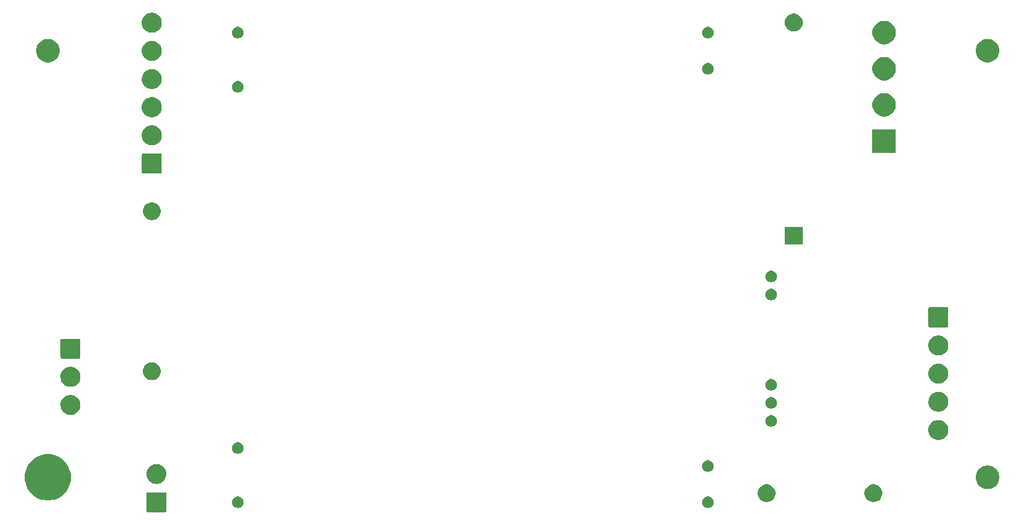
<source format=gbr>
G04 #@! TF.GenerationSoftware,KiCad,Pcbnew,(5.0.2)-1*
G04 #@! TF.CreationDate,2019-05-12T21:22:09-05:00*
G04 #@! TF.ProjectId,C64-Power-Supply,4336342d-506f-4776-9572-2d537570706c,0.1*
G04 #@! TF.SameCoordinates,Original*
G04 #@! TF.FileFunction,Soldermask,Bot*
G04 #@! TF.FilePolarity,Negative*
%FSLAX46Y46*%
G04 Gerber Fmt 4.6, Leading zero omitted, Abs format (unit mm)*
G04 Created by KiCad (PCBNEW (5.0.2)-1) date 5/12/2019 9:22:09 PM*
%MOMM*%
%LPD*%
G01*
G04 APERTURE LIST*
%ADD10C,0.100000*%
G04 APERTURE END LIST*
D10*
G36*
X96524032Y-120522621D02*
X96553487Y-120531556D01*
X96580624Y-120546062D01*
X96604414Y-120565586D01*
X96623938Y-120589376D01*
X96638444Y-120616513D01*
X96647379Y-120645968D01*
X96651000Y-120682733D01*
X96651000Y-123157267D01*
X96647379Y-123194032D01*
X96638444Y-123223487D01*
X96623938Y-123250624D01*
X96604414Y-123274414D01*
X96580624Y-123293938D01*
X96553487Y-123308444D01*
X96524032Y-123317379D01*
X96487267Y-123321000D01*
X94012733Y-123321000D01*
X93975968Y-123317379D01*
X93946513Y-123308444D01*
X93919376Y-123293938D01*
X93895586Y-123274414D01*
X93876062Y-123250624D01*
X93861556Y-123223487D01*
X93852621Y-123194032D01*
X93849000Y-123157267D01*
X93849000Y-120682733D01*
X93852621Y-120645968D01*
X93861556Y-120616513D01*
X93876062Y-120589376D01*
X93895586Y-120565586D01*
X93919376Y-120546062D01*
X93946513Y-120531556D01*
X93975968Y-120522621D01*
X94012733Y-120519000D01*
X96487267Y-120519000D01*
X96524032Y-120522621D01*
X96524032Y-120522621D01*
G37*
G36*
X172957142Y-121138242D02*
X173105102Y-121199530D01*
X173238258Y-121288502D01*
X173351498Y-121401742D01*
X173440470Y-121534898D01*
X173501758Y-121682858D01*
X173533000Y-121839925D01*
X173533000Y-122000075D01*
X173501758Y-122157142D01*
X173440470Y-122305102D01*
X173351498Y-122438258D01*
X173238258Y-122551498D01*
X173105102Y-122640470D01*
X172957142Y-122701758D01*
X172800075Y-122733000D01*
X172639925Y-122733000D01*
X172482858Y-122701758D01*
X172334898Y-122640470D01*
X172201742Y-122551498D01*
X172088502Y-122438258D01*
X171999530Y-122305102D01*
X171938242Y-122157142D01*
X171907000Y-122000075D01*
X171907000Y-121839925D01*
X171938242Y-121682858D01*
X171999530Y-121534898D01*
X172088502Y-121401742D01*
X172201742Y-121288502D01*
X172334898Y-121199530D01*
X172482858Y-121138242D01*
X172639925Y-121107000D01*
X172800075Y-121107000D01*
X172957142Y-121138242D01*
X172957142Y-121138242D01*
G37*
G36*
X106917142Y-121138242D02*
X107065102Y-121199530D01*
X107198258Y-121288502D01*
X107311498Y-121401742D01*
X107400470Y-121534898D01*
X107461758Y-121682858D01*
X107493000Y-121839925D01*
X107493000Y-122000075D01*
X107461758Y-122157142D01*
X107400470Y-122305102D01*
X107311498Y-122438258D01*
X107198258Y-122551498D01*
X107065102Y-122640470D01*
X106917142Y-122701758D01*
X106760075Y-122733000D01*
X106599925Y-122733000D01*
X106442858Y-122701758D01*
X106294898Y-122640470D01*
X106161742Y-122551498D01*
X106048502Y-122438258D01*
X105959530Y-122305102D01*
X105898242Y-122157142D01*
X105867000Y-122000075D01*
X105867000Y-121839925D01*
X105898242Y-121682858D01*
X105959530Y-121534898D01*
X106048502Y-121401742D01*
X106161742Y-121288502D01*
X106294898Y-121199530D01*
X106442858Y-121138242D01*
X106599925Y-121107000D01*
X106760075Y-121107000D01*
X106917142Y-121138242D01*
X106917142Y-121138242D01*
G37*
G36*
X181158636Y-119411019D02*
X181339903Y-119447075D01*
X181567571Y-119541378D01*
X181771542Y-119677668D01*
X181772469Y-119678287D01*
X181946713Y-119852531D01*
X181946715Y-119852534D01*
X182083622Y-120057429D01*
X182177925Y-120285097D01*
X182213981Y-120466364D01*
X182225172Y-120522621D01*
X182226000Y-120526787D01*
X182226000Y-120773213D01*
X182177925Y-121014903D01*
X182083622Y-121242571D01*
X181977267Y-121401742D01*
X181946713Y-121447469D01*
X181772469Y-121621713D01*
X181772466Y-121621715D01*
X181567571Y-121758622D01*
X181339903Y-121852925D01*
X181158636Y-121888981D01*
X181098214Y-121901000D01*
X180851786Y-121901000D01*
X180791364Y-121888981D01*
X180610097Y-121852925D01*
X180382429Y-121758622D01*
X180177534Y-121621715D01*
X180177531Y-121621713D01*
X180003287Y-121447469D01*
X179972733Y-121401742D01*
X179866378Y-121242571D01*
X179772075Y-121014903D01*
X179724000Y-120773213D01*
X179724000Y-120526787D01*
X179724829Y-120522621D01*
X179736019Y-120466364D01*
X179772075Y-120285097D01*
X179866378Y-120057429D01*
X180003285Y-119852534D01*
X180003287Y-119852531D01*
X180177531Y-119678287D01*
X180178458Y-119677668D01*
X180382429Y-119541378D01*
X180610097Y-119447075D01*
X180791364Y-119411019D01*
X180851786Y-119399000D01*
X181098214Y-119399000D01*
X181158636Y-119411019D01*
X181158636Y-119411019D01*
G37*
G36*
X196158636Y-119411019D02*
X196339903Y-119447075D01*
X196567571Y-119541378D01*
X196771542Y-119677668D01*
X196772469Y-119678287D01*
X196946713Y-119852531D01*
X196946715Y-119852534D01*
X197083622Y-120057429D01*
X197177925Y-120285097D01*
X197213981Y-120466364D01*
X197225172Y-120522621D01*
X197226000Y-120526787D01*
X197226000Y-120773213D01*
X197177925Y-121014903D01*
X197083622Y-121242571D01*
X196977267Y-121401742D01*
X196946713Y-121447469D01*
X196772469Y-121621713D01*
X196772466Y-121621715D01*
X196567571Y-121758622D01*
X196339903Y-121852925D01*
X196158636Y-121888981D01*
X196098214Y-121901000D01*
X195851786Y-121901000D01*
X195791364Y-121888981D01*
X195610097Y-121852925D01*
X195382429Y-121758622D01*
X195177534Y-121621715D01*
X195177531Y-121621713D01*
X195003287Y-121447469D01*
X194972733Y-121401742D01*
X194866378Y-121242571D01*
X194772075Y-121014903D01*
X194724000Y-120773213D01*
X194724000Y-120526787D01*
X194724829Y-120522621D01*
X194736019Y-120466364D01*
X194772075Y-120285097D01*
X194866378Y-120057429D01*
X195003285Y-119852534D01*
X195003287Y-119852531D01*
X195177531Y-119678287D01*
X195178458Y-119677668D01*
X195382429Y-119541378D01*
X195610097Y-119447075D01*
X195791364Y-119411019D01*
X195851786Y-119399000D01*
X196098214Y-119399000D01*
X196158636Y-119411019D01*
X196158636Y-119411019D01*
G37*
G36*
X80644239Y-115231467D02*
X80958282Y-115293934D01*
X81549926Y-115539001D01*
X82078802Y-115892385D01*
X82082395Y-115894786D01*
X82535214Y-116347605D01*
X82535216Y-116347608D01*
X82890999Y-116880074D01*
X83136066Y-117471718D01*
X83172125Y-117653000D01*
X83260639Y-118097986D01*
X83261000Y-118099804D01*
X83261000Y-118740196D01*
X83136066Y-119368282D01*
X82890999Y-119959926D01*
X82673726Y-120285097D01*
X82535214Y-120492395D01*
X82082395Y-120945214D01*
X82082392Y-120945216D01*
X81549926Y-121300999D01*
X80958282Y-121546066D01*
X80644239Y-121608533D01*
X80330197Y-121671000D01*
X79689803Y-121671000D01*
X79375761Y-121608533D01*
X79061718Y-121546066D01*
X78470074Y-121300999D01*
X77937608Y-120945216D01*
X77937605Y-120945214D01*
X77484786Y-120492395D01*
X77346274Y-120285097D01*
X77129001Y-119959926D01*
X76883934Y-119368282D01*
X76759000Y-118740196D01*
X76759000Y-118099804D01*
X76759362Y-118097986D01*
X76847875Y-117653000D01*
X76883934Y-117471718D01*
X77129001Y-116880074D01*
X77484784Y-116347608D01*
X77484786Y-116347605D01*
X77937605Y-115894786D01*
X77941198Y-115892385D01*
X78470074Y-115539001D01*
X79061718Y-115293934D01*
X79375761Y-115231467D01*
X79689803Y-115169000D01*
X80330197Y-115169000D01*
X80644239Y-115231467D01*
X80644239Y-115231467D01*
G37*
G36*
X212385256Y-116811298D02*
X212491579Y-116832447D01*
X212792042Y-116956903D01*
X212971992Y-117077142D01*
X213062454Y-117137587D01*
X213292413Y-117367546D01*
X213292415Y-117367549D01*
X213473097Y-117637958D01*
X213549336Y-117822014D01*
X213597553Y-117938422D01*
X213661000Y-118257389D01*
X213661000Y-118582611D01*
X213597553Y-118901578D01*
X213473301Y-119201551D01*
X213473097Y-119202042D01*
X213309371Y-119447075D01*
X213292413Y-119472454D01*
X213062454Y-119702413D01*
X213062451Y-119702415D01*
X212792042Y-119883097D01*
X212491579Y-120007553D01*
X212385256Y-120028702D01*
X212172611Y-120071000D01*
X211847389Y-120071000D01*
X211634744Y-120028702D01*
X211528421Y-120007553D01*
X211227958Y-119883097D01*
X210957549Y-119702415D01*
X210957546Y-119702413D01*
X210727587Y-119472454D01*
X210710629Y-119447075D01*
X210546903Y-119202042D01*
X210546700Y-119201551D01*
X210422447Y-118901578D01*
X210359000Y-118582611D01*
X210359000Y-118257389D01*
X210422447Y-117938422D01*
X210470665Y-117822014D01*
X210546903Y-117637958D01*
X210727585Y-117367549D01*
X210727587Y-117367546D01*
X210957546Y-117137587D01*
X211048008Y-117077142D01*
X211227958Y-116956903D01*
X211528421Y-116832447D01*
X211634744Y-116811298D01*
X211847389Y-116769000D01*
X212172611Y-116769000D01*
X212385256Y-116811298D01*
X212385256Y-116811298D01*
G37*
G36*
X95568433Y-116594893D02*
X95658657Y-116612839D01*
X95764267Y-116656585D01*
X95913621Y-116718449D01*
X96143089Y-116871774D01*
X96338226Y-117066911D01*
X96491551Y-117296379D01*
X96553415Y-117445733D01*
X96597161Y-117551343D01*
X96611167Y-117621757D01*
X96651000Y-117822012D01*
X96651000Y-118097988D01*
X96597161Y-118368656D01*
X96491551Y-118623621D01*
X96338226Y-118853089D01*
X96143089Y-119048226D01*
X95913621Y-119201551D01*
X95764267Y-119263415D01*
X95658657Y-119307161D01*
X95568433Y-119325107D01*
X95387988Y-119361000D01*
X95112012Y-119361000D01*
X94931567Y-119325107D01*
X94841343Y-119307161D01*
X94735733Y-119263415D01*
X94586379Y-119201551D01*
X94356911Y-119048226D01*
X94161774Y-118853089D01*
X94008449Y-118623621D01*
X93902839Y-118368656D01*
X93849000Y-118097988D01*
X93849000Y-117822012D01*
X93888833Y-117621757D01*
X93902839Y-117551343D01*
X93946585Y-117445733D01*
X94008449Y-117296379D01*
X94161774Y-117066911D01*
X94356911Y-116871774D01*
X94586379Y-116718449D01*
X94735733Y-116656585D01*
X94841343Y-116612839D01*
X94931567Y-116594893D01*
X95112012Y-116559000D01*
X95387988Y-116559000D01*
X95568433Y-116594893D01*
X95568433Y-116594893D01*
G37*
G36*
X172957142Y-116058242D02*
X173105102Y-116119530D01*
X173238258Y-116208502D01*
X173351498Y-116321742D01*
X173440470Y-116454898D01*
X173501758Y-116602858D01*
X173533000Y-116759925D01*
X173533000Y-116920075D01*
X173501758Y-117077142D01*
X173476721Y-117137585D01*
X173440471Y-117225100D01*
X173351499Y-117358257D01*
X173238257Y-117471499D01*
X173172130Y-117515683D01*
X173105102Y-117560470D01*
X172957142Y-117621758D01*
X172800075Y-117653000D01*
X172639925Y-117653000D01*
X172482858Y-117621758D01*
X172334898Y-117560470D01*
X172267870Y-117515683D01*
X172201743Y-117471499D01*
X172088501Y-117358257D01*
X171999529Y-117225100D01*
X171963279Y-117137585D01*
X171938242Y-117077142D01*
X171907000Y-116920075D01*
X171907000Y-116759925D01*
X171938242Y-116602858D01*
X171999530Y-116454898D01*
X172088502Y-116321742D01*
X172201742Y-116208502D01*
X172334898Y-116119530D01*
X172482858Y-116058242D01*
X172639925Y-116027000D01*
X172800075Y-116027000D01*
X172957142Y-116058242D01*
X172957142Y-116058242D01*
G37*
G36*
X106917142Y-113518242D02*
X107065102Y-113579530D01*
X107198258Y-113668502D01*
X107311498Y-113781742D01*
X107400470Y-113914898D01*
X107461758Y-114062858D01*
X107493000Y-114219925D01*
X107493000Y-114380075D01*
X107461758Y-114537142D01*
X107400470Y-114685102D01*
X107311498Y-114818258D01*
X107198258Y-114931498D01*
X107065102Y-115020470D01*
X106917142Y-115081758D01*
X106760075Y-115113000D01*
X106599925Y-115113000D01*
X106442858Y-115081758D01*
X106294898Y-115020470D01*
X106161742Y-114931498D01*
X106048502Y-114818258D01*
X105959530Y-114685102D01*
X105898242Y-114537142D01*
X105867000Y-114380075D01*
X105867000Y-114219925D01*
X105898242Y-114062858D01*
X105959530Y-113914898D01*
X106048502Y-113781742D01*
X106161742Y-113668502D01*
X106294898Y-113579530D01*
X106442858Y-113518242D01*
X106599925Y-113487000D01*
X106760075Y-113487000D01*
X106917142Y-113518242D01*
X106917142Y-113518242D01*
G37*
G36*
X205423433Y-110394893D02*
X205513657Y-110412839D01*
X205619267Y-110456585D01*
X205768621Y-110518449D01*
X205998089Y-110671774D01*
X206193226Y-110866911D01*
X206346551Y-111096379D01*
X206452161Y-111351344D01*
X206506000Y-111622012D01*
X206506000Y-111897988D01*
X206452161Y-112168656D01*
X206346551Y-112423621D01*
X206193226Y-112653089D01*
X205998089Y-112848226D01*
X205768621Y-113001551D01*
X205619267Y-113063415D01*
X205513657Y-113107161D01*
X205423433Y-113125107D01*
X205242988Y-113161000D01*
X204967012Y-113161000D01*
X204786567Y-113125107D01*
X204696343Y-113107161D01*
X204590733Y-113063415D01*
X204441379Y-113001551D01*
X204211911Y-112848226D01*
X204016774Y-112653089D01*
X203863449Y-112423621D01*
X203757839Y-112168656D01*
X203704000Y-111897988D01*
X203704000Y-111622012D01*
X203757839Y-111351344D01*
X203863449Y-111096379D01*
X204016774Y-110866911D01*
X204211911Y-110671774D01*
X204441379Y-110518449D01*
X204590733Y-110456585D01*
X204696343Y-110412839D01*
X204786567Y-110394893D01*
X204967012Y-110359000D01*
X205242988Y-110359000D01*
X205423433Y-110394893D01*
X205423433Y-110394893D01*
G37*
G36*
X181847142Y-109708242D02*
X181995102Y-109769530D01*
X182128258Y-109858502D01*
X182241498Y-109971742D01*
X182330470Y-110104898D01*
X182391758Y-110252858D01*
X182423000Y-110409925D01*
X182423000Y-110570075D01*
X182391758Y-110727142D01*
X182330470Y-110875102D01*
X182241498Y-111008258D01*
X182128258Y-111121498D01*
X181995102Y-111210470D01*
X181847142Y-111271758D01*
X181690075Y-111303000D01*
X181529925Y-111303000D01*
X181372858Y-111271758D01*
X181224898Y-111210470D01*
X181091742Y-111121498D01*
X180978502Y-111008258D01*
X180889530Y-110875102D01*
X180828242Y-110727142D01*
X180797000Y-110570075D01*
X180797000Y-110409925D01*
X180828242Y-110252858D01*
X180889530Y-110104898D01*
X180978502Y-109971742D01*
X181091742Y-109858502D01*
X181224898Y-109769530D01*
X181372858Y-109708242D01*
X181529925Y-109677000D01*
X181690075Y-109677000D01*
X181847142Y-109708242D01*
X181847142Y-109708242D01*
G37*
G36*
X83503433Y-106884893D02*
X83593657Y-106902839D01*
X83699267Y-106946585D01*
X83848621Y-107008449D01*
X84078089Y-107161774D01*
X84273226Y-107356911D01*
X84426551Y-107586379D01*
X84532161Y-107841344D01*
X84586000Y-108112012D01*
X84586000Y-108387988D01*
X84570033Y-108468258D01*
X84532161Y-108658657D01*
X84501882Y-108731757D01*
X84426551Y-108913621D01*
X84273226Y-109143089D01*
X84078089Y-109338226D01*
X83848621Y-109491551D01*
X83699267Y-109553415D01*
X83593657Y-109597161D01*
X83503433Y-109615107D01*
X83322988Y-109651000D01*
X83047012Y-109651000D01*
X82866567Y-109615107D01*
X82776343Y-109597161D01*
X82670733Y-109553415D01*
X82521379Y-109491551D01*
X82291911Y-109338226D01*
X82096774Y-109143089D01*
X81943449Y-108913621D01*
X81868118Y-108731757D01*
X81837839Y-108658657D01*
X81799967Y-108468258D01*
X81784000Y-108387988D01*
X81784000Y-108112012D01*
X81837839Y-107841344D01*
X81943449Y-107586379D01*
X82096774Y-107356911D01*
X82291911Y-107161774D01*
X82521379Y-107008449D01*
X82670733Y-106946585D01*
X82776343Y-106902839D01*
X82866567Y-106884893D01*
X83047012Y-106849000D01*
X83322988Y-106849000D01*
X83503433Y-106884893D01*
X83503433Y-106884893D01*
G37*
G36*
X205423433Y-106434893D02*
X205513657Y-106452839D01*
X205619267Y-106496585D01*
X205768621Y-106558449D01*
X205998089Y-106711774D01*
X206193226Y-106906911D01*
X206346551Y-107136379D01*
X206385135Y-107229529D01*
X206437899Y-107356911D01*
X206452161Y-107391344D01*
X206490956Y-107586379D01*
X206506000Y-107662014D01*
X206506000Y-107937986D01*
X206456441Y-108187142D01*
X206452161Y-108208656D01*
X206346551Y-108463621D01*
X206193226Y-108693089D01*
X205998089Y-108888226D01*
X205768621Y-109041551D01*
X205619267Y-109103415D01*
X205513657Y-109147161D01*
X205423433Y-109165107D01*
X205242988Y-109201000D01*
X204967012Y-109201000D01*
X204786567Y-109165107D01*
X204696343Y-109147161D01*
X204590733Y-109103415D01*
X204441379Y-109041551D01*
X204211911Y-108888226D01*
X204016774Y-108693089D01*
X203863449Y-108463621D01*
X203757839Y-108208656D01*
X203753560Y-108187142D01*
X203704000Y-107937986D01*
X203704000Y-107662014D01*
X203719045Y-107586379D01*
X203757839Y-107391344D01*
X203772102Y-107356911D01*
X203824865Y-107229529D01*
X203863449Y-107136379D01*
X204016774Y-106906911D01*
X204211911Y-106711774D01*
X204441379Y-106558449D01*
X204590733Y-106496585D01*
X204696343Y-106452839D01*
X204786567Y-106434893D01*
X204967012Y-106399000D01*
X205242988Y-106399000D01*
X205423433Y-106434893D01*
X205423433Y-106434893D01*
G37*
G36*
X181847142Y-107168242D02*
X181995102Y-107229530D01*
X182062130Y-107274317D01*
X182128257Y-107318501D01*
X182241499Y-107431743D01*
X182330471Y-107564900D01*
X182339368Y-107586379D01*
X182391758Y-107712858D01*
X182423000Y-107869925D01*
X182423000Y-108030075D01*
X182391758Y-108187142D01*
X182382846Y-108208656D01*
X182330471Y-108335100D01*
X182244597Y-108463621D01*
X182241498Y-108468258D01*
X182128258Y-108581498D01*
X181995102Y-108670470D01*
X181847142Y-108731758D01*
X181690075Y-108763000D01*
X181529925Y-108763000D01*
X181372858Y-108731758D01*
X181224898Y-108670470D01*
X181091742Y-108581498D01*
X180978502Y-108468258D01*
X180975404Y-108463621D01*
X180889529Y-108335100D01*
X180837154Y-108208656D01*
X180828242Y-108187142D01*
X180797000Y-108030075D01*
X180797000Y-107869925D01*
X180828242Y-107712858D01*
X180880632Y-107586379D01*
X180889529Y-107564900D01*
X180978501Y-107431743D01*
X181091743Y-107318501D01*
X181157870Y-107274317D01*
X181224898Y-107229530D01*
X181372858Y-107168242D01*
X181529925Y-107137000D01*
X181690075Y-107137000D01*
X181847142Y-107168242D01*
X181847142Y-107168242D01*
G37*
G36*
X181847142Y-104628242D02*
X181995102Y-104689530D01*
X182022632Y-104707925D01*
X182094582Y-104756000D01*
X182128258Y-104778502D01*
X182241498Y-104891742D01*
X182330470Y-105024898D01*
X182391758Y-105172858D01*
X182423000Y-105329925D01*
X182423000Y-105490075D01*
X182391758Y-105647142D01*
X182330470Y-105795102D01*
X182241498Y-105928258D01*
X182128258Y-106041498D01*
X181995102Y-106130470D01*
X181847142Y-106191758D01*
X181690075Y-106223000D01*
X181529925Y-106223000D01*
X181372858Y-106191758D01*
X181224898Y-106130470D01*
X181091742Y-106041498D01*
X180978502Y-105928258D01*
X180889530Y-105795102D01*
X180828242Y-105647142D01*
X180797000Y-105490075D01*
X180797000Y-105329925D01*
X180828242Y-105172858D01*
X180889530Y-105024898D01*
X180978502Y-104891742D01*
X181091742Y-104778502D01*
X181125419Y-104756000D01*
X181197368Y-104707925D01*
X181224898Y-104689530D01*
X181372858Y-104628242D01*
X181529925Y-104597000D01*
X181690075Y-104597000D01*
X181847142Y-104628242D01*
X181847142Y-104628242D01*
G37*
G36*
X83503433Y-102924893D02*
X83593657Y-102942839D01*
X83699267Y-102986585D01*
X83848621Y-103048449D01*
X84078089Y-103201774D01*
X84273226Y-103396911D01*
X84426551Y-103626379D01*
X84532161Y-103881344D01*
X84586000Y-104152012D01*
X84586000Y-104427988D01*
X84552382Y-104597000D01*
X84532161Y-104698657D01*
X84499088Y-104778501D01*
X84426551Y-104953621D01*
X84273226Y-105183089D01*
X84078089Y-105378226D01*
X83848621Y-105531551D01*
X83699267Y-105593415D01*
X83593657Y-105637161D01*
X83543478Y-105647142D01*
X83322988Y-105691000D01*
X83047012Y-105691000D01*
X82826522Y-105647142D01*
X82776343Y-105637161D01*
X82670733Y-105593415D01*
X82521379Y-105531551D01*
X82291911Y-105378226D01*
X82096774Y-105183089D01*
X81943449Y-104953621D01*
X81870912Y-104778501D01*
X81837839Y-104698657D01*
X81817618Y-104597000D01*
X81784000Y-104427988D01*
X81784000Y-104152012D01*
X81837839Y-103881344D01*
X81943449Y-103626379D01*
X82096774Y-103396911D01*
X82291911Y-103201774D01*
X82521379Y-103048449D01*
X82670733Y-102986585D01*
X82776343Y-102942839D01*
X82866567Y-102924893D01*
X83047012Y-102889000D01*
X83322988Y-102889000D01*
X83503433Y-102924893D01*
X83503433Y-102924893D01*
G37*
G36*
X205423433Y-102474893D02*
X205513657Y-102492839D01*
X205611301Y-102533285D01*
X205768621Y-102598449D01*
X205998089Y-102751774D01*
X206193226Y-102946911D01*
X206346551Y-103176379D01*
X206408415Y-103325733D01*
X206437899Y-103396911D01*
X206452161Y-103431344D01*
X206506000Y-103702012D01*
X206506000Y-103977988D01*
X206452161Y-104248656D01*
X206346551Y-104503621D01*
X206193226Y-104733089D01*
X205998089Y-104928226D01*
X205768621Y-105081551D01*
X205619267Y-105143415D01*
X205513657Y-105187161D01*
X205423433Y-105205107D01*
X205242988Y-105241000D01*
X204967012Y-105241000D01*
X204786567Y-105205107D01*
X204696343Y-105187161D01*
X204590733Y-105143415D01*
X204441379Y-105081551D01*
X204211911Y-104928226D01*
X204016774Y-104733089D01*
X203863449Y-104503621D01*
X203757839Y-104248656D01*
X203704000Y-103977988D01*
X203704000Y-103702012D01*
X203757839Y-103431344D01*
X203772102Y-103396911D01*
X203801585Y-103325733D01*
X203863449Y-103176379D01*
X204016774Y-102946911D01*
X204211911Y-102751774D01*
X204441379Y-102598449D01*
X204598699Y-102533285D01*
X204696343Y-102492839D01*
X204786567Y-102474893D01*
X204967012Y-102439000D01*
X205242988Y-102439000D01*
X205423433Y-102474893D01*
X205423433Y-102474893D01*
G37*
G36*
X94798635Y-102266019D02*
X94979903Y-102302075D01*
X95207571Y-102396378D01*
X95411542Y-102532668D01*
X95412469Y-102533287D01*
X95586713Y-102707531D01*
X95586715Y-102707534D01*
X95723622Y-102912429D01*
X95817925Y-103140097D01*
X95866000Y-103381787D01*
X95866000Y-103628213D01*
X95817925Y-103869903D01*
X95723622Y-104097571D01*
X95622670Y-104248656D01*
X95586713Y-104302469D01*
X95412469Y-104476713D01*
X95412466Y-104476715D01*
X95207571Y-104613622D01*
X94979903Y-104707925D01*
X94798636Y-104743981D01*
X94738214Y-104756000D01*
X94491786Y-104756000D01*
X94431365Y-104743981D01*
X94250097Y-104707925D01*
X94022429Y-104613622D01*
X93817534Y-104476715D01*
X93817531Y-104476713D01*
X93643287Y-104302469D01*
X93607330Y-104248656D01*
X93506378Y-104097571D01*
X93412075Y-103869903D01*
X93364000Y-103628213D01*
X93364000Y-103381787D01*
X93412075Y-103140097D01*
X93506378Y-102912429D01*
X93643285Y-102707534D01*
X93643287Y-102707531D01*
X93817531Y-102533287D01*
X93818458Y-102532668D01*
X94022429Y-102396378D01*
X94250097Y-102302075D01*
X94431364Y-102266019D01*
X94491786Y-102254000D01*
X94738214Y-102254000D01*
X94798635Y-102266019D01*
X94798635Y-102266019D01*
G37*
G36*
X84459032Y-98932621D02*
X84488487Y-98941556D01*
X84515624Y-98956062D01*
X84539414Y-98975586D01*
X84558938Y-98999376D01*
X84573444Y-99026513D01*
X84582379Y-99055968D01*
X84586000Y-99092733D01*
X84586000Y-101567267D01*
X84582379Y-101604032D01*
X84573444Y-101633487D01*
X84558938Y-101660624D01*
X84539414Y-101684414D01*
X84515624Y-101703938D01*
X84488487Y-101718444D01*
X84459032Y-101727379D01*
X84422267Y-101731000D01*
X81947733Y-101731000D01*
X81910968Y-101727379D01*
X81881513Y-101718444D01*
X81854376Y-101703938D01*
X81830586Y-101684414D01*
X81811062Y-101660624D01*
X81796556Y-101633487D01*
X81787621Y-101604032D01*
X81784000Y-101567267D01*
X81784000Y-99092733D01*
X81787621Y-99055968D01*
X81796556Y-99026513D01*
X81811062Y-98999376D01*
X81830586Y-98975586D01*
X81854376Y-98956062D01*
X81881513Y-98941556D01*
X81910968Y-98932621D01*
X81947733Y-98929000D01*
X84422267Y-98929000D01*
X84459032Y-98932621D01*
X84459032Y-98932621D01*
G37*
G36*
X205423433Y-98514893D02*
X205513657Y-98532839D01*
X205619267Y-98576585D01*
X205768621Y-98638449D01*
X205998089Y-98791774D01*
X206193226Y-98986911D01*
X206346551Y-99216379D01*
X206452161Y-99471344D01*
X206506000Y-99742012D01*
X206506000Y-100017988D01*
X206452161Y-100288656D01*
X206346551Y-100543621D01*
X206193226Y-100773089D01*
X205998089Y-100968226D01*
X205768621Y-101121551D01*
X205619267Y-101183415D01*
X205513657Y-101227161D01*
X205423433Y-101245107D01*
X205242988Y-101281000D01*
X204967012Y-101281000D01*
X204786567Y-101245107D01*
X204696343Y-101227161D01*
X204590733Y-101183415D01*
X204441379Y-101121551D01*
X204211911Y-100968226D01*
X204016774Y-100773089D01*
X203863449Y-100543621D01*
X203757839Y-100288656D01*
X203704000Y-100017988D01*
X203704000Y-99742012D01*
X203757839Y-99471344D01*
X203863449Y-99216379D01*
X204016774Y-98986911D01*
X204211911Y-98791774D01*
X204441379Y-98638449D01*
X204590733Y-98576585D01*
X204696343Y-98532839D01*
X204786567Y-98514893D01*
X204967012Y-98479000D01*
X205242988Y-98479000D01*
X205423433Y-98514893D01*
X205423433Y-98514893D01*
G37*
G36*
X206379032Y-94522621D02*
X206408487Y-94531556D01*
X206435624Y-94546062D01*
X206459414Y-94565586D01*
X206478938Y-94589376D01*
X206493444Y-94616513D01*
X206502379Y-94645968D01*
X206506000Y-94682733D01*
X206506000Y-97157267D01*
X206502379Y-97194032D01*
X206493444Y-97223487D01*
X206478938Y-97250624D01*
X206459414Y-97274414D01*
X206435624Y-97293938D01*
X206408487Y-97308444D01*
X206379032Y-97317379D01*
X206342267Y-97321000D01*
X203867733Y-97321000D01*
X203830968Y-97317379D01*
X203801513Y-97308444D01*
X203774376Y-97293938D01*
X203750586Y-97274414D01*
X203731062Y-97250624D01*
X203716556Y-97223487D01*
X203707621Y-97194032D01*
X203704000Y-97157267D01*
X203704000Y-94682733D01*
X203707621Y-94645968D01*
X203716556Y-94616513D01*
X203731062Y-94589376D01*
X203750586Y-94565586D01*
X203774376Y-94546062D01*
X203801513Y-94531556D01*
X203830968Y-94522621D01*
X203867733Y-94519000D01*
X206342267Y-94519000D01*
X206379032Y-94522621D01*
X206379032Y-94522621D01*
G37*
G36*
X181847142Y-91928242D02*
X181995102Y-91989530D01*
X182128258Y-92078502D01*
X182241498Y-92191742D01*
X182330470Y-92324898D01*
X182391758Y-92472858D01*
X182423000Y-92629925D01*
X182423000Y-92790075D01*
X182391758Y-92947142D01*
X182330470Y-93095102D01*
X182241498Y-93228258D01*
X182128258Y-93341498D01*
X181995102Y-93430470D01*
X181847142Y-93491758D01*
X181690075Y-93523000D01*
X181529925Y-93523000D01*
X181372858Y-93491758D01*
X181224898Y-93430470D01*
X181091742Y-93341498D01*
X180978502Y-93228258D01*
X180889530Y-93095102D01*
X180828242Y-92947142D01*
X180797000Y-92790075D01*
X180797000Y-92629925D01*
X180828242Y-92472858D01*
X180889530Y-92324898D01*
X180978502Y-92191742D01*
X181091742Y-92078502D01*
X181224898Y-91989530D01*
X181372858Y-91928242D01*
X181529925Y-91897000D01*
X181690075Y-91897000D01*
X181847142Y-91928242D01*
X181847142Y-91928242D01*
G37*
G36*
X181847142Y-89388242D02*
X181995102Y-89449530D01*
X182128258Y-89538502D01*
X182241498Y-89651742D01*
X182330470Y-89784898D01*
X182391758Y-89932858D01*
X182423000Y-90089925D01*
X182423000Y-90250075D01*
X182391758Y-90407142D01*
X182330470Y-90555102D01*
X182241498Y-90688258D01*
X182128258Y-90801498D01*
X181995102Y-90890470D01*
X181847142Y-90951758D01*
X181690075Y-90983000D01*
X181529925Y-90983000D01*
X181372858Y-90951758D01*
X181224898Y-90890470D01*
X181091742Y-90801498D01*
X180978502Y-90688258D01*
X180889530Y-90555102D01*
X180828242Y-90407142D01*
X180797000Y-90250075D01*
X180797000Y-90089925D01*
X180828242Y-89932858D01*
X180889530Y-89784898D01*
X180978502Y-89651742D01*
X181091742Y-89538502D01*
X181224898Y-89449530D01*
X181372858Y-89388242D01*
X181529925Y-89357000D01*
X181690075Y-89357000D01*
X181847142Y-89388242D01*
X181847142Y-89388242D01*
G37*
G36*
X186036000Y-85706000D02*
X183534000Y-85706000D01*
X183534000Y-83204000D01*
X186036000Y-83204000D01*
X186036000Y-85706000D01*
X186036000Y-85706000D01*
G37*
G36*
X94798635Y-79766019D02*
X94979903Y-79802075D01*
X95207571Y-79896378D01*
X95411542Y-80032668D01*
X95412469Y-80033287D01*
X95586713Y-80207531D01*
X95586715Y-80207534D01*
X95723622Y-80412429D01*
X95817925Y-80640097D01*
X95866000Y-80881787D01*
X95866000Y-81128213D01*
X95817925Y-81369903D01*
X95723622Y-81597571D01*
X95587332Y-81801542D01*
X95586713Y-81802469D01*
X95412469Y-81976713D01*
X95412466Y-81976715D01*
X95207571Y-82113622D01*
X94979903Y-82207925D01*
X94798635Y-82243981D01*
X94738214Y-82256000D01*
X94491786Y-82256000D01*
X94431365Y-82243981D01*
X94250097Y-82207925D01*
X94022429Y-82113622D01*
X93817534Y-81976715D01*
X93817531Y-81976713D01*
X93643287Y-81802469D01*
X93642668Y-81801542D01*
X93506378Y-81597571D01*
X93412075Y-81369903D01*
X93364000Y-81128213D01*
X93364000Y-80881787D01*
X93412075Y-80640097D01*
X93506378Y-80412429D01*
X93643285Y-80207534D01*
X93643287Y-80207531D01*
X93817531Y-80033287D01*
X93818458Y-80032668D01*
X94022429Y-79896378D01*
X94250097Y-79802075D01*
X94431365Y-79766019D01*
X94491786Y-79754000D01*
X94738214Y-79754000D01*
X94798635Y-79766019D01*
X94798635Y-79766019D01*
G37*
G36*
X95889032Y-72897621D02*
X95918487Y-72906556D01*
X95945624Y-72921062D01*
X95969414Y-72940586D01*
X95988938Y-72964376D01*
X96003444Y-72991513D01*
X96012379Y-73020968D01*
X96016000Y-73057733D01*
X96016000Y-75532267D01*
X96012379Y-75569032D01*
X96003444Y-75598487D01*
X95988938Y-75625624D01*
X95969414Y-75649414D01*
X95945624Y-75668938D01*
X95918487Y-75683444D01*
X95889032Y-75692379D01*
X95852267Y-75696000D01*
X93377733Y-75696000D01*
X93340968Y-75692379D01*
X93311513Y-75683444D01*
X93284376Y-75668938D01*
X93260586Y-75649414D01*
X93241062Y-75625624D01*
X93226556Y-75598487D01*
X93217621Y-75569032D01*
X93214000Y-75532267D01*
X93214000Y-73057733D01*
X93217621Y-73020968D01*
X93226556Y-72991513D01*
X93241062Y-72964376D01*
X93260586Y-72940586D01*
X93284376Y-72921062D01*
X93311513Y-72906556D01*
X93340968Y-72897621D01*
X93377733Y-72894000D01*
X95852267Y-72894000D01*
X95889032Y-72897621D01*
X95889032Y-72897621D01*
G37*
G36*
X199136000Y-72771000D02*
X195834000Y-72771000D01*
X195834000Y-69469000D01*
X199136000Y-69469000D01*
X199136000Y-72771000D01*
X199136000Y-72771000D01*
G37*
G36*
X94933433Y-68969893D02*
X95023657Y-68987839D01*
X95129267Y-69031585D01*
X95278621Y-69093449D01*
X95508089Y-69246774D01*
X95703226Y-69441911D01*
X95856551Y-69671379D01*
X95962161Y-69926344D01*
X96016000Y-70197012D01*
X96016000Y-70472988D01*
X95962161Y-70743656D01*
X95856551Y-70998621D01*
X95703226Y-71228089D01*
X95508089Y-71423226D01*
X95278621Y-71576551D01*
X95129267Y-71638415D01*
X95023657Y-71682161D01*
X94933433Y-71700107D01*
X94752988Y-71736000D01*
X94477012Y-71736000D01*
X94296567Y-71700107D01*
X94206343Y-71682161D01*
X94100733Y-71638415D01*
X93951379Y-71576551D01*
X93721911Y-71423226D01*
X93526774Y-71228089D01*
X93373449Y-70998621D01*
X93267839Y-70743656D01*
X93214000Y-70472988D01*
X93214000Y-70197012D01*
X93267839Y-69926344D01*
X93373449Y-69671379D01*
X93526774Y-69441911D01*
X93721911Y-69246774D01*
X93951379Y-69093449D01*
X94100733Y-69031585D01*
X94206343Y-68987839D01*
X94296567Y-68969893D01*
X94477012Y-68934000D01*
X94752988Y-68934000D01*
X94933433Y-68969893D01*
X94933433Y-68969893D01*
G37*
G36*
X94933433Y-65009893D02*
X95023657Y-65027839D01*
X95129267Y-65071585D01*
X95278621Y-65133449D01*
X95508089Y-65286774D01*
X95703226Y-65481911D01*
X95856551Y-65711379D01*
X95918415Y-65860733D01*
X95925316Y-65877391D01*
X95962161Y-65966344D01*
X96016000Y-66237012D01*
X96016000Y-66512988D01*
X95962161Y-66783656D01*
X95856551Y-67038621D01*
X95703226Y-67268089D01*
X95508089Y-67463226D01*
X95278621Y-67616551D01*
X95129267Y-67678415D01*
X95023657Y-67722161D01*
X94933433Y-67740107D01*
X94752988Y-67776000D01*
X94477012Y-67776000D01*
X94296567Y-67740107D01*
X94206343Y-67722161D01*
X94100733Y-67678415D01*
X93951379Y-67616551D01*
X93721911Y-67463226D01*
X93526774Y-67268089D01*
X93373449Y-67038621D01*
X93267839Y-66783656D01*
X93214000Y-66512988D01*
X93214000Y-66237012D01*
X93267839Y-65966344D01*
X93304685Y-65877391D01*
X93311585Y-65860733D01*
X93373449Y-65711379D01*
X93526774Y-65481911D01*
X93721911Y-65286774D01*
X93951379Y-65133449D01*
X94100733Y-65071585D01*
X94206343Y-65027839D01*
X94296567Y-65009893D01*
X94477012Y-64974000D01*
X94752988Y-64974000D01*
X94933433Y-65009893D01*
X94933433Y-65009893D01*
G37*
G36*
X197860256Y-64431298D02*
X197966579Y-64452447D01*
X198267042Y-64576903D01*
X198533852Y-64755180D01*
X198537454Y-64757587D01*
X198767413Y-64987546D01*
X198767415Y-64987549D01*
X198948097Y-65257958D01*
X199040863Y-65481914D01*
X199072553Y-65558422D01*
X199136000Y-65877389D01*
X199136000Y-66202611D01*
X199072553Y-66521578D01*
X198948098Y-66822040D01*
X198767413Y-67092454D01*
X198537454Y-67322413D01*
X198537451Y-67322415D01*
X198267042Y-67503097D01*
X197966579Y-67627553D01*
X197860256Y-67648702D01*
X197647611Y-67691000D01*
X197322389Y-67691000D01*
X197109744Y-67648702D01*
X197003421Y-67627553D01*
X196702958Y-67503097D01*
X196432549Y-67322415D01*
X196432546Y-67322413D01*
X196202587Y-67092454D01*
X196021902Y-66822040D01*
X195897447Y-66521578D01*
X195834000Y-66202611D01*
X195834000Y-65877389D01*
X195897447Y-65558422D01*
X195929138Y-65481914D01*
X196021903Y-65257958D01*
X196202585Y-64987549D01*
X196202587Y-64987546D01*
X196432546Y-64757587D01*
X196436148Y-64755180D01*
X196702958Y-64576903D01*
X197003421Y-64452447D01*
X197109744Y-64431298D01*
X197322389Y-64389000D01*
X197647611Y-64389000D01*
X197860256Y-64431298D01*
X197860256Y-64431298D01*
G37*
G36*
X106917142Y-62718242D02*
X107065102Y-62779530D01*
X107198258Y-62868502D01*
X107311498Y-62981742D01*
X107400470Y-63114898D01*
X107461758Y-63262858D01*
X107493000Y-63419925D01*
X107493000Y-63580075D01*
X107461758Y-63737142D01*
X107400470Y-63885102D01*
X107311498Y-64018258D01*
X107198258Y-64131498D01*
X107065102Y-64220470D01*
X106917142Y-64281758D01*
X106760075Y-64313000D01*
X106599925Y-64313000D01*
X106442858Y-64281758D01*
X106294898Y-64220470D01*
X106161742Y-64131498D01*
X106048502Y-64018258D01*
X105959530Y-63885102D01*
X105898242Y-63737142D01*
X105867000Y-63580075D01*
X105867000Y-63419925D01*
X105898242Y-63262858D01*
X105959530Y-63114898D01*
X106048502Y-62981742D01*
X106161742Y-62868502D01*
X106294898Y-62779530D01*
X106442858Y-62718242D01*
X106599925Y-62687000D01*
X106760075Y-62687000D01*
X106917142Y-62718242D01*
X106917142Y-62718242D01*
G37*
G36*
X94884071Y-61040074D02*
X95023657Y-61067839D01*
X95129267Y-61111585D01*
X95278621Y-61173449D01*
X95508089Y-61326774D01*
X95703226Y-61521911D01*
X95856551Y-61751379D01*
X95918415Y-61900733D01*
X95962161Y-62006343D01*
X95980107Y-62096567D01*
X96016000Y-62277012D01*
X96016000Y-62552988D01*
X95962161Y-62823656D01*
X95856551Y-63078621D01*
X95703226Y-63308089D01*
X95508089Y-63503226D01*
X95278621Y-63656551D01*
X95129267Y-63718415D01*
X95023657Y-63762161D01*
X94933433Y-63780107D01*
X94752988Y-63816000D01*
X94477012Y-63816000D01*
X94296567Y-63780107D01*
X94206343Y-63762161D01*
X94100733Y-63718415D01*
X93951379Y-63656551D01*
X93721911Y-63503226D01*
X93526774Y-63308089D01*
X93373449Y-63078621D01*
X93267839Y-62823656D01*
X93214000Y-62552988D01*
X93214000Y-62277012D01*
X93249893Y-62096567D01*
X93267839Y-62006343D01*
X93311585Y-61900733D01*
X93373449Y-61751379D01*
X93526774Y-61521911D01*
X93721911Y-61326774D01*
X93951379Y-61173449D01*
X94100733Y-61111585D01*
X94206343Y-61067839D01*
X94345929Y-61040074D01*
X94477012Y-61014000D01*
X94752988Y-61014000D01*
X94884071Y-61040074D01*
X94884071Y-61040074D01*
G37*
G36*
X197844108Y-59348086D02*
X197966579Y-59372447D01*
X198267042Y-59496903D01*
X198336369Y-59543226D01*
X198537454Y-59677587D01*
X198767413Y-59907546D01*
X198948098Y-60177960D01*
X199072553Y-60478422D01*
X199136000Y-60797389D01*
X199136000Y-61122611D01*
X199072553Y-61441578D01*
X198948098Y-61742040D01*
X198767413Y-62012454D01*
X198537454Y-62242413D01*
X198537451Y-62242415D01*
X198267042Y-62423097D01*
X197966579Y-62547553D01*
X197939265Y-62552986D01*
X197647611Y-62611000D01*
X197322389Y-62611000D01*
X197030735Y-62552986D01*
X197003421Y-62547553D01*
X196702958Y-62423097D01*
X196432549Y-62242415D01*
X196432546Y-62242413D01*
X196202587Y-62012454D01*
X196021902Y-61742040D01*
X195897447Y-61441578D01*
X195834000Y-61122611D01*
X195834000Y-60797389D01*
X195897447Y-60478422D01*
X196021902Y-60177960D01*
X196202587Y-59907546D01*
X196432546Y-59677587D01*
X196633631Y-59543226D01*
X196702958Y-59496903D01*
X197003421Y-59372447D01*
X197125892Y-59348086D01*
X197322389Y-59309000D01*
X197647611Y-59309000D01*
X197844108Y-59348086D01*
X197844108Y-59348086D01*
G37*
G36*
X172957142Y-60178242D02*
X173105102Y-60239530D01*
X173238258Y-60328502D01*
X173351498Y-60441742D01*
X173440470Y-60574898D01*
X173501758Y-60722858D01*
X173533000Y-60879925D01*
X173533000Y-61040075D01*
X173501758Y-61197142D01*
X173440470Y-61345102D01*
X173351498Y-61478258D01*
X173238258Y-61591498D01*
X173105102Y-61680470D01*
X172957142Y-61741758D01*
X172800075Y-61773000D01*
X172639925Y-61773000D01*
X172482858Y-61741758D01*
X172334898Y-61680470D01*
X172201742Y-61591498D01*
X172088502Y-61478258D01*
X171999530Y-61345102D01*
X171938242Y-61197142D01*
X171907000Y-61040075D01*
X171907000Y-60879925D01*
X171938242Y-60722858D01*
X171999530Y-60574898D01*
X172088502Y-60441742D01*
X172201742Y-60328502D01*
X172334898Y-60239530D01*
X172482858Y-60178242D01*
X172639925Y-60147000D01*
X172800075Y-60147000D01*
X172957142Y-60178242D01*
X172957142Y-60178242D01*
G37*
G36*
X80385256Y-56811298D02*
X80491579Y-56832447D01*
X80792042Y-56956903D01*
X81017933Y-57107839D01*
X81062454Y-57137587D01*
X81292413Y-57367546D01*
X81473098Y-57637960D01*
X81597553Y-57938422D01*
X81661000Y-58257389D01*
X81661000Y-58582611D01*
X81597553Y-58901578D01*
X81473098Y-59202040D01*
X81292413Y-59472454D01*
X81062454Y-59702413D01*
X81062451Y-59702415D01*
X80792042Y-59883097D01*
X80491579Y-60007553D01*
X80385256Y-60028702D01*
X80172611Y-60071000D01*
X79847389Y-60071000D01*
X79634744Y-60028702D01*
X79528421Y-60007553D01*
X79227958Y-59883097D01*
X78957549Y-59702415D01*
X78957546Y-59702413D01*
X78727587Y-59472454D01*
X78546902Y-59202040D01*
X78422447Y-58901578D01*
X78359000Y-58582611D01*
X78359000Y-58257389D01*
X78422447Y-57938422D01*
X78546902Y-57637960D01*
X78727587Y-57367546D01*
X78957546Y-57137587D01*
X79002067Y-57107839D01*
X79227958Y-56956903D01*
X79528421Y-56832447D01*
X79634744Y-56811298D01*
X79847389Y-56769000D01*
X80172611Y-56769000D01*
X80385256Y-56811298D01*
X80385256Y-56811298D01*
G37*
G36*
X212385256Y-56811298D02*
X212491579Y-56832447D01*
X212792042Y-56956903D01*
X213017933Y-57107839D01*
X213062454Y-57137587D01*
X213292413Y-57367546D01*
X213473098Y-57637960D01*
X213597553Y-57938422D01*
X213661000Y-58257389D01*
X213661000Y-58582611D01*
X213597553Y-58901578D01*
X213473098Y-59202040D01*
X213292413Y-59472454D01*
X213062454Y-59702413D01*
X213062451Y-59702415D01*
X212792042Y-59883097D01*
X212491579Y-60007553D01*
X212385256Y-60028702D01*
X212172611Y-60071000D01*
X211847389Y-60071000D01*
X211634744Y-60028702D01*
X211528421Y-60007553D01*
X211227958Y-59883097D01*
X210957549Y-59702415D01*
X210957546Y-59702413D01*
X210727587Y-59472454D01*
X210546902Y-59202040D01*
X210422447Y-58901578D01*
X210359000Y-58582611D01*
X210359000Y-58257389D01*
X210422447Y-57938422D01*
X210546902Y-57637960D01*
X210727587Y-57367546D01*
X210957546Y-57137587D01*
X211002067Y-57107839D01*
X211227958Y-56956903D01*
X211528421Y-56832447D01*
X211634744Y-56811298D01*
X211847389Y-56769000D01*
X212172611Y-56769000D01*
X212385256Y-56811298D01*
X212385256Y-56811298D01*
G37*
G36*
X94933433Y-57089893D02*
X95023657Y-57107839D01*
X95095469Y-57137585D01*
X95278621Y-57213449D01*
X95508089Y-57366774D01*
X95703226Y-57561911D01*
X95856551Y-57791379D01*
X95962161Y-58046344D01*
X96016000Y-58317012D01*
X96016000Y-58592988D01*
X95962161Y-58863656D01*
X95856551Y-59118621D01*
X95703226Y-59348089D01*
X95508089Y-59543226D01*
X95278621Y-59696551D01*
X95129267Y-59758415D01*
X95023657Y-59802161D01*
X94933433Y-59820107D01*
X94752988Y-59856000D01*
X94477012Y-59856000D01*
X94296567Y-59820107D01*
X94206343Y-59802161D01*
X94100733Y-59758415D01*
X93951379Y-59696551D01*
X93721911Y-59543226D01*
X93526774Y-59348089D01*
X93373449Y-59118621D01*
X93267839Y-58863656D01*
X93214000Y-58592988D01*
X93214000Y-58317012D01*
X93267839Y-58046344D01*
X93373449Y-57791379D01*
X93526774Y-57561911D01*
X93721911Y-57366774D01*
X93951379Y-57213449D01*
X94134531Y-57137585D01*
X94206343Y-57107839D01*
X94296567Y-57089893D01*
X94477012Y-57054000D01*
X94752988Y-57054000D01*
X94933433Y-57089893D01*
X94933433Y-57089893D01*
G37*
G36*
X197860256Y-54271298D02*
X197966579Y-54292447D01*
X198267042Y-54416903D01*
X198324058Y-54455000D01*
X198537454Y-54597587D01*
X198767413Y-54827546D01*
X198767415Y-54827549D01*
X198839917Y-54936055D01*
X198948098Y-55097960D01*
X198973225Y-55158622D01*
X199049958Y-55343871D01*
X199072553Y-55398422D01*
X199136000Y-55717389D01*
X199136000Y-56042611D01*
X199072553Y-56361578D01*
X198948098Y-56662040D01*
X198767413Y-56932454D01*
X198537454Y-57162413D01*
X198537451Y-57162415D01*
X198267042Y-57343097D01*
X197966579Y-57467553D01*
X197860256Y-57488702D01*
X197647611Y-57531000D01*
X197322389Y-57531000D01*
X197109744Y-57488702D01*
X197003421Y-57467553D01*
X196702958Y-57343097D01*
X196432549Y-57162415D01*
X196432546Y-57162413D01*
X196202587Y-56932454D01*
X196021902Y-56662040D01*
X195897447Y-56361578D01*
X195834000Y-56042611D01*
X195834000Y-55717389D01*
X195897447Y-55398422D01*
X195920043Y-55343871D01*
X195996775Y-55158622D01*
X196021902Y-55097960D01*
X196130084Y-54936055D01*
X196202585Y-54827549D01*
X196202587Y-54827546D01*
X196432546Y-54597587D01*
X196645942Y-54455000D01*
X196702958Y-54416903D01*
X197003421Y-54292447D01*
X197109744Y-54271298D01*
X197322389Y-54229000D01*
X197647611Y-54229000D01*
X197860256Y-54271298D01*
X197860256Y-54271298D01*
G37*
G36*
X172957142Y-55098242D02*
X173105102Y-55159530D01*
X173172130Y-55204317D01*
X173238257Y-55248501D01*
X173351499Y-55361743D01*
X173369103Y-55388089D01*
X173440470Y-55494898D01*
X173501758Y-55642858D01*
X173533000Y-55799925D01*
X173533000Y-55960075D01*
X173501758Y-56117142D01*
X173440470Y-56265102D01*
X173351498Y-56398258D01*
X173238258Y-56511498D01*
X173105102Y-56600470D01*
X172957142Y-56661758D01*
X172800075Y-56693000D01*
X172639925Y-56693000D01*
X172482858Y-56661758D01*
X172334898Y-56600470D01*
X172201742Y-56511498D01*
X172088502Y-56398258D01*
X171999530Y-56265102D01*
X171938242Y-56117142D01*
X171907000Y-55960075D01*
X171907000Y-55799925D01*
X171938242Y-55642858D01*
X171999530Y-55494898D01*
X172070897Y-55388089D01*
X172088501Y-55361743D01*
X172201743Y-55248501D01*
X172267870Y-55204317D01*
X172334898Y-55159530D01*
X172482858Y-55098242D01*
X172639925Y-55067000D01*
X172800075Y-55067000D01*
X172957142Y-55098242D01*
X172957142Y-55098242D01*
G37*
G36*
X106917142Y-55098242D02*
X107065102Y-55159530D01*
X107132130Y-55204317D01*
X107198257Y-55248501D01*
X107311499Y-55361743D01*
X107329103Y-55388089D01*
X107400470Y-55494898D01*
X107461758Y-55642858D01*
X107493000Y-55799925D01*
X107493000Y-55960075D01*
X107461758Y-56117142D01*
X107400470Y-56265102D01*
X107311498Y-56398258D01*
X107198258Y-56511498D01*
X107065102Y-56600470D01*
X106917142Y-56661758D01*
X106760075Y-56693000D01*
X106599925Y-56693000D01*
X106442858Y-56661758D01*
X106294898Y-56600470D01*
X106161742Y-56511498D01*
X106048502Y-56398258D01*
X105959530Y-56265102D01*
X105898242Y-56117142D01*
X105867000Y-55960075D01*
X105867000Y-55799925D01*
X105898242Y-55642858D01*
X105959530Y-55494898D01*
X106030897Y-55388089D01*
X106048501Y-55361743D01*
X106161743Y-55248501D01*
X106227870Y-55204317D01*
X106294898Y-55159530D01*
X106442858Y-55098242D01*
X106599925Y-55067000D01*
X106760075Y-55067000D01*
X106917142Y-55098242D01*
X106917142Y-55098242D01*
G37*
G36*
X94933433Y-53129893D02*
X95023657Y-53147839D01*
X95129267Y-53191585D01*
X95278621Y-53253449D01*
X95508089Y-53406774D01*
X95703226Y-53601911D01*
X95856551Y-53831379D01*
X95962161Y-54086344D01*
X96016000Y-54357012D01*
X96016000Y-54632988D01*
X95962161Y-54903656D01*
X95856551Y-55158621D01*
X95703226Y-55388089D01*
X95508089Y-55583226D01*
X95278621Y-55736551D01*
X95129267Y-55798415D01*
X95023657Y-55842161D01*
X94933433Y-55860107D01*
X94752988Y-55896000D01*
X94477012Y-55896000D01*
X94296567Y-55860107D01*
X94206343Y-55842161D01*
X94100733Y-55798415D01*
X93951379Y-55736551D01*
X93721911Y-55583226D01*
X93526774Y-55388089D01*
X93373449Y-55158621D01*
X93267839Y-54903656D01*
X93214000Y-54632988D01*
X93214000Y-54357012D01*
X93267839Y-54086344D01*
X93373449Y-53831379D01*
X93526774Y-53601911D01*
X93721911Y-53406774D01*
X93951379Y-53253449D01*
X94100733Y-53191585D01*
X94206343Y-53147839D01*
X94296567Y-53129893D01*
X94477012Y-53094000D01*
X94752988Y-53094000D01*
X94933433Y-53129893D01*
X94933433Y-53129893D01*
G37*
G36*
X185030239Y-53222101D02*
X185266053Y-53293634D01*
X185483381Y-53409799D01*
X185673871Y-53566129D01*
X185830201Y-53756619D01*
X185946366Y-53973947D01*
X186017899Y-54209761D01*
X186042053Y-54455000D01*
X186017899Y-54700239D01*
X185946366Y-54936053D01*
X185830201Y-55153381D01*
X185673871Y-55343871D01*
X185483381Y-55500201D01*
X185266053Y-55616366D01*
X185030239Y-55687899D01*
X184846457Y-55706000D01*
X184723543Y-55706000D01*
X184539761Y-55687899D01*
X184303947Y-55616366D01*
X184086619Y-55500201D01*
X183896129Y-55343871D01*
X183739799Y-55153381D01*
X183623634Y-54936053D01*
X183552101Y-54700239D01*
X183527947Y-54455000D01*
X183552101Y-54209761D01*
X183623634Y-53973947D01*
X183739799Y-53756619D01*
X183896129Y-53566129D01*
X184086619Y-53409799D01*
X184303947Y-53293634D01*
X184539761Y-53222101D01*
X184723543Y-53204000D01*
X184846457Y-53204000D01*
X185030239Y-53222101D01*
X185030239Y-53222101D01*
G37*
M02*

</source>
